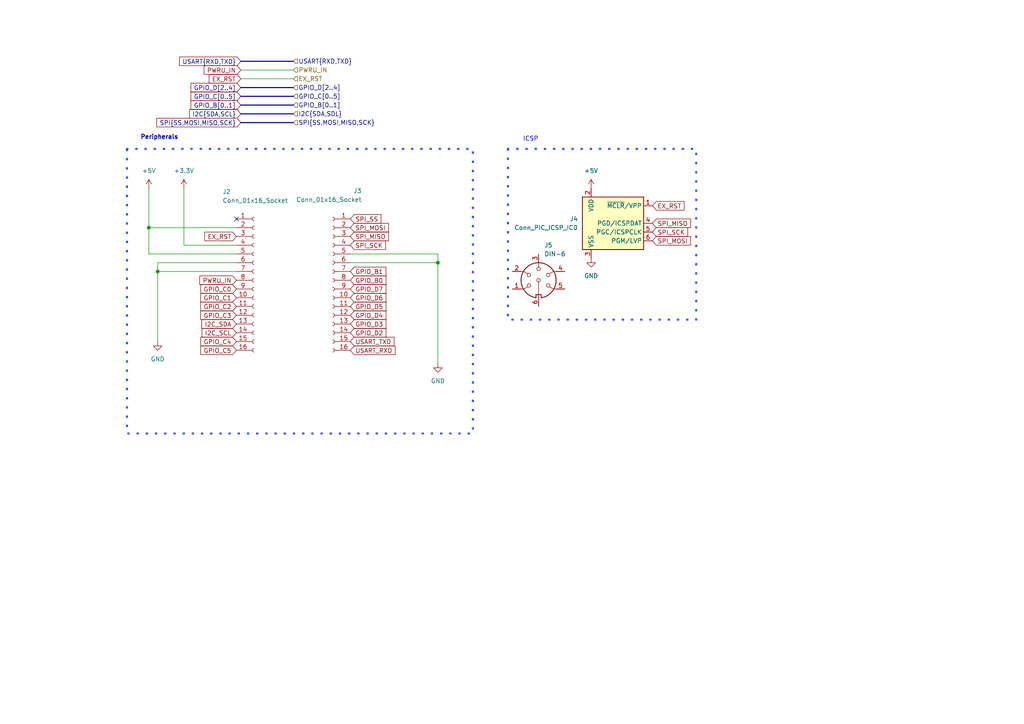
<source format=kicad_sch>
(kicad_sch
	(version 20231120)
	(generator "eeschema")
	(generator_version "8.0")
	(uuid "2721590b-28a3-4b55-93ef-ab8891e89f1e")
	(paper "A4")
	(lib_symbols
		(symbol "Connector:Conn_01x16_Socket"
			(pin_names
				(offset 1.016) hide)
			(exclude_from_sim no)
			(in_bom yes)
			(on_board yes)
			(property "Reference" "J"
				(at 0 20.32 0)
				(effects
					(font
						(size 1.27 1.27)
					)
				)
			)
			(property "Value" "Conn_01x16_Socket"
				(at 0 -22.86 0)
				(effects
					(font
						(size 1.27 1.27)
					)
				)
			)
			(property "Footprint" ""
				(at 0 0 0)
				(effects
					(font
						(size 1.27 1.27)
					)
					(hide yes)
				)
			)
			(property "Datasheet" "~"
				(at 0 0 0)
				(effects
					(font
						(size 1.27 1.27)
					)
					(hide yes)
				)
			)
			(property "Description" "Generic connector, single row, 01x16, script generated"
				(at 0 0 0)
				(effects
					(font
						(size 1.27 1.27)
					)
					(hide yes)
				)
			)
			(property "ki_locked" ""
				(at 0 0 0)
				(effects
					(font
						(size 1.27 1.27)
					)
				)
			)
			(property "ki_keywords" "connector"
				(at 0 0 0)
				(effects
					(font
						(size 1.27 1.27)
					)
					(hide yes)
				)
			)
			(property "ki_fp_filters" "Connector*:*_1x??_*"
				(at 0 0 0)
				(effects
					(font
						(size 1.27 1.27)
					)
					(hide yes)
				)
			)
			(symbol "Conn_01x16_Socket_1_1"
				(arc
					(start 0 -19.812)
					(mid -0.5058 -20.32)
					(end 0 -20.828)
					(stroke
						(width 0.1524)
						(type default)
					)
					(fill
						(type none)
					)
				)
				(arc
					(start 0 -17.272)
					(mid -0.5058 -17.78)
					(end 0 -18.288)
					(stroke
						(width 0.1524)
						(type default)
					)
					(fill
						(type none)
					)
				)
				(arc
					(start 0 -14.732)
					(mid -0.5058 -15.24)
					(end 0 -15.748)
					(stroke
						(width 0.1524)
						(type default)
					)
					(fill
						(type none)
					)
				)
				(arc
					(start 0 -12.192)
					(mid -0.5058 -12.7)
					(end 0 -13.208)
					(stroke
						(width 0.1524)
						(type default)
					)
					(fill
						(type none)
					)
				)
				(arc
					(start 0 -9.652)
					(mid -0.5058 -10.16)
					(end 0 -10.668)
					(stroke
						(width 0.1524)
						(type default)
					)
					(fill
						(type none)
					)
				)
				(arc
					(start 0 -7.112)
					(mid -0.5058 -7.62)
					(end 0 -8.128)
					(stroke
						(width 0.1524)
						(type default)
					)
					(fill
						(type none)
					)
				)
				(arc
					(start 0 -4.572)
					(mid -0.5058 -5.08)
					(end 0 -5.588)
					(stroke
						(width 0.1524)
						(type default)
					)
					(fill
						(type none)
					)
				)
				(arc
					(start 0 -2.032)
					(mid -0.5058 -2.54)
					(end 0 -3.048)
					(stroke
						(width 0.1524)
						(type default)
					)
					(fill
						(type none)
					)
				)
				(polyline
					(pts
						(xy -1.27 -20.32) (xy -0.508 -20.32)
					)
					(stroke
						(width 0.1524)
						(type default)
					)
					(fill
						(type none)
					)
				)
				(polyline
					(pts
						(xy -1.27 -17.78) (xy -0.508 -17.78)
					)
					(stroke
						(width 0.1524)
						(type default)
					)
					(fill
						(type none)
					)
				)
				(polyline
					(pts
						(xy -1.27 -15.24) (xy -0.508 -15.24)
					)
					(stroke
						(width 0.1524)
						(type default)
					)
					(fill
						(type none)
					)
				)
				(polyline
					(pts
						(xy -1.27 -12.7) (xy -0.508 -12.7)
					)
					(stroke
						(width 0.1524)
						(type default)
					)
					(fill
						(type none)
					)
				)
				(polyline
					(pts
						(xy -1.27 -10.16) (xy -0.508 -10.16)
					)
					(stroke
						(width 0.1524)
						(type default)
					)
					(fill
						(type none)
					)
				)
				(polyline
					(pts
						(xy -1.27 -7.62) (xy -0.508 -7.62)
					)
					(stroke
						(width 0.1524)
						(type default)
					)
					(fill
						(type none)
					)
				)
				(polyline
					(pts
						(xy -1.27 -5.08) (xy -0.508 -5.08)
					)
					(stroke
						(width 0.1524)
						(type default)
					)
					(fill
						(type none)
					)
				)
				(polyline
					(pts
						(xy -1.27 -2.54) (xy -0.508 -2.54)
					)
					(stroke
						(width 0.1524)
						(type default)
					)
					(fill
						(type none)
					)
				)
				(polyline
					(pts
						(xy -1.27 0) (xy -0.508 0)
					)
					(stroke
						(width 0.1524)
						(type default)
					)
					(fill
						(type none)
					)
				)
				(polyline
					(pts
						(xy -1.27 2.54) (xy -0.508 2.54)
					)
					(stroke
						(width 0.1524)
						(type default)
					)
					(fill
						(type none)
					)
				)
				(polyline
					(pts
						(xy -1.27 5.08) (xy -0.508 5.08)
					)
					(stroke
						(width 0.1524)
						(type default)
					)
					(fill
						(type none)
					)
				)
				(polyline
					(pts
						(xy -1.27 7.62) (xy -0.508 7.62)
					)
					(stroke
						(width 0.1524)
						(type default)
					)
					(fill
						(type none)
					)
				)
				(polyline
					(pts
						(xy -1.27 10.16) (xy -0.508 10.16)
					)
					(stroke
						(width 0.1524)
						(type default)
					)
					(fill
						(type none)
					)
				)
				(polyline
					(pts
						(xy -1.27 12.7) (xy -0.508 12.7)
					)
					(stroke
						(width 0.1524)
						(type default)
					)
					(fill
						(type none)
					)
				)
				(polyline
					(pts
						(xy -1.27 15.24) (xy -0.508 15.24)
					)
					(stroke
						(width 0.1524)
						(type default)
					)
					(fill
						(type none)
					)
				)
				(polyline
					(pts
						(xy -1.27 17.78) (xy -0.508 17.78)
					)
					(stroke
						(width 0.1524)
						(type default)
					)
					(fill
						(type none)
					)
				)
				(arc
					(start 0 0.508)
					(mid -0.5058 0)
					(end 0 -0.508)
					(stroke
						(width 0.1524)
						(type default)
					)
					(fill
						(type none)
					)
				)
				(arc
					(start 0 3.048)
					(mid -0.5058 2.54)
					(end 0 2.032)
					(stroke
						(width 0.1524)
						(type default)
					)
					(fill
						(type none)
					)
				)
				(arc
					(start 0 5.588)
					(mid -0.5058 5.08)
					(end 0 4.572)
					(stroke
						(width 0.1524)
						(type default)
					)
					(fill
						(type none)
					)
				)
				(arc
					(start 0 8.128)
					(mid -0.5058 7.62)
					(end 0 7.112)
					(stroke
						(width 0.1524)
						(type default)
					)
					(fill
						(type none)
					)
				)
				(arc
					(start 0 10.668)
					(mid -0.5058 10.16)
					(end 0 9.652)
					(stroke
						(width 0.1524)
						(type default)
					)
					(fill
						(type none)
					)
				)
				(arc
					(start 0 13.208)
					(mid -0.5058 12.7)
					(end 0 12.192)
					(stroke
						(width 0.1524)
						(type default)
					)
					(fill
						(type none)
					)
				)
				(arc
					(start 0 15.748)
					(mid -0.5058 15.24)
					(end 0 14.732)
					(stroke
						(width 0.1524)
						(type default)
					)
					(fill
						(type none)
					)
				)
				(arc
					(start 0 18.288)
					(mid -0.5058 17.78)
					(end 0 17.272)
					(stroke
						(width 0.1524)
						(type default)
					)
					(fill
						(type none)
					)
				)
				(pin passive line
					(at -5.08 17.78 0)
					(length 3.81)
					(name "Pin_1"
						(effects
							(font
								(size 1.27 1.27)
							)
						)
					)
					(number "1"
						(effects
							(font
								(size 1.27 1.27)
							)
						)
					)
				)
				(pin passive line
					(at -5.08 -5.08 0)
					(length 3.81)
					(name "Pin_10"
						(effects
							(font
								(size 1.27 1.27)
							)
						)
					)
					(number "10"
						(effects
							(font
								(size 1.27 1.27)
							)
						)
					)
				)
				(pin passive line
					(at -5.08 -7.62 0)
					(length 3.81)
					(name "Pin_11"
						(effects
							(font
								(size 1.27 1.27)
							)
						)
					)
					(number "11"
						(effects
							(font
								(size 1.27 1.27)
							)
						)
					)
				)
				(pin passive line
					(at -5.08 -10.16 0)
					(length 3.81)
					(name "Pin_12"
						(effects
							(font
								(size 1.27 1.27)
							)
						)
					)
					(number "12"
						(effects
							(font
								(size 1.27 1.27)
							)
						)
					)
				)
				(pin passive line
					(at -5.08 -12.7 0)
					(length 3.81)
					(name "Pin_13"
						(effects
							(font
								(size 1.27 1.27)
							)
						)
					)
					(number "13"
						(effects
							(font
								(size 1.27 1.27)
							)
						)
					)
				)
				(pin passive line
					(at -5.08 -15.24 0)
					(length 3.81)
					(name "Pin_14"
						(effects
							(font
								(size 1.27 1.27)
							)
						)
					)
					(number "14"
						(effects
							(font
								(size 1.27 1.27)
							)
						)
					)
				)
				(pin passive line
					(at -5.08 -17.78 0)
					(length 3.81)
					(name "Pin_15"
						(effects
							(font
								(size 1.27 1.27)
							)
						)
					)
					(number "15"
						(effects
							(font
								(size 1.27 1.27)
							)
						)
					)
				)
				(pin passive line
					(at -5.08 -20.32 0)
					(length 3.81)
					(name "Pin_16"
						(effects
							(font
								(size 1.27 1.27)
							)
						)
					)
					(number "16"
						(effects
							(font
								(size 1.27 1.27)
							)
						)
					)
				)
				(pin passive line
					(at -5.08 15.24 0)
					(length 3.81)
					(name "Pin_2"
						(effects
							(font
								(size 1.27 1.27)
							)
						)
					)
					(number "2"
						(effects
							(font
								(size 1.27 1.27)
							)
						)
					)
				)
				(pin passive line
					(at -5.08 12.7 0)
					(length 3.81)
					(name "Pin_3"
						(effects
							(font
								(size 1.27 1.27)
							)
						)
					)
					(number "3"
						(effects
							(font
								(size 1.27 1.27)
							)
						)
					)
				)
				(pin passive line
					(at -5.08 10.16 0)
					(length 3.81)
					(name "Pin_4"
						(effects
							(font
								(size 1.27 1.27)
							)
						)
					)
					(number "4"
						(effects
							(font
								(size 1.27 1.27)
							)
						)
					)
				)
				(pin passive line
					(at -5.08 7.62 0)
					(length 3.81)
					(name "Pin_5"
						(effects
							(font
								(size 1.27 1.27)
							)
						)
					)
					(number "5"
						(effects
							(font
								(size 1.27 1.27)
							)
						)
					)
				)
				(pin passive line
					(at -5.08 5.08 0)
					(length 3.81)
					(name "Pin_6"
						(effects
							(font
								(size 1.27 1.27)
							)
						)
					)
					(number "6"
						(effects
							(font
								(size 1.27 1.27)
							)
						)
					)
				)
				(pin passive line
					(at -5.08 2.54 0)
					(length 3.81)
					(name "Pin_7"
						(effects
							(font
								(size 1.27 1.27)
							)
						)
					)
					(number "7"
						(effects
							(font
								(size 1.27 1.27)
							)
						)
					)
				)
				(pin passive line
					(at -5.08 0 0)
					(length 3.81)
					(name "Pin_8"
						(effects
							(font
								(size 1.27 1.27)
							)
						)
					)
					(number "8"
						(effects
							(font
								(size 1.27 1.27)
							)
						)
					)
				)
				(pin passive line
					(at -5.08 -2.54 0)
					(length 3.81)
					(name "Pin_9"
						(effects
							(font
								(size 1.27 1.27)
							)
						)
					)
					(number "9"
						(effects
							(font
								(size 1.27 1.27)
							)
						)
					)
				)
			)
		)
		(symbol "Connector:Conn_PIC_ICSP_ICD"
			(exclude_from_sim no)
			(in_bom yes)
			(on_board yes)
			(property "Reference" "J"
				(at 6.35 8.89 0)
				(effects
					(font
						(size 1.27 1.27)
					)
				)
			)
			(property "Value" "Conn_PIC_ICSP_ICD"
				(at -8.89 -1.27 90)
				(effects
					(font
						(size 1.27 1.27)
					)
				)
			)
			(property "Footprint" ""
				(at 1.27 3.81 0)
				(effects
					(font
						(size 1.27 1.27)
					)
					(hide yes)
				)
			)
			(property "Datasheet" "http://ww1.microchip.com/downloads/en/devicedoc/30277d.pdf"
				(at -7.62 -3.81 90)
				(effects
					(font
						(size 1.27 1.27)
					)
					(hide yes)
				)
			)
			(property "Description" "Microchip PIC In-Circuit Serial Programming/Debugging (ICSP/ICD) connector"
				(at 0 0 0)
				(effects
					(font
						(size 1.27 1.27)
					)
					(hide yes)
				)
			)
			(property "ki_keywords" "icsp icd pic microchip"
				(at 0 0 0)
				(effects
					(font
						(size 1.27 1.27)
					)
					(hide yes)
				)
			)
			(property "ki_fp_filters" "PinHeader*1x06*P2.54mm* PinSocket*1x06*P2.54mm*"
				(at 0 0 0)
				(effects
					(font
						(size 1.27 1.27)
					)
					(hide yes)
				)
			)
			(symbol "Conn_PIC_ICSP_ICD_0_1"
				(rectangle
					(start -7.62 7.62)
					(end 10.16 -7.62)
					(stroke
						(width 0.254)
						(type default)
					)
					(fill
						(type background)
					)
				)
			)
			(symbol "Conn_PIC_ICSP_ICD_1_1"
				(pin passive line
					(at 12.7 5.08 180)
					(length 2.54)
					(name "~{MCLR}/VPP"
						(effects
							(font
								(size 1.27 1.27)
							)
						)
					)
					(number "1"
						(effects
							(font
								(size 1.27 1.27)
							)
						)
					)
				)
				(pin passive line
					(at -5.08 10.16 270)
					(length 2.54)
					(name "VDD"
						(effects
							(font
								(size 1.27 1.27)
							)
						)
					)
					(number "2"
						(effects
							(font
								(size 1.27 1.27)
							)
						)
					)
				)
				(pin power_in line
					(at -5.08 -10.16 90)
					(length 2.54)
					(name "VSS"
						(effects
							(font
								(size 1.27 1.27)
							)
						)
					)
					(number "3"
						(effects
							(font
								(size 1.27 1.27)
							)
						)
					)
				)
				(pin bidirectional line
					(at 12.7 0 180)
					(length 2.54)
					(name "PGD/ICSPDAT"
						(effects
							(font
								(size 1.27 1.27)
							)
						)
					)
					(number "4"
						(effects
							(font
								(size 1.27 1.27)
							)
						)
					)
				)
				(pin output line
					(at 12.7 -2.54 180)
					(length 2.54)
					(name "PGC/ICSPCLK"
						(effects
							(font
								(size 1.27 1.27)
							)
						)
					)
					(number "5"
						(effects
							(font
								(size 1.27 1.27)
							)
						)
					)
				)
				(pin output line
					(at 12.7 -5.08 180)
					(length 2.54)
					(name "PGM/LVP"
						(effects
							(font
								(size 1.27 1.27)
							)
						)
					)
					(number "6"
						(effects
							(font
								(size 1.27 1.27)
							)
						)
					)
				)
			)
		)
		(symbol "Connector:DIN-6"
			(pin_names
				(offset 1.016)
			)
			(exclude_from_sim no)
			(in_bom yes)
			(on_board yes)
			(property "Reference" "J"
				(at 3.175 5.715 0)
				(effects
					(font
						(size 1.27 1.27)
					)
				)
			)
			(property "Value" "DIN-6"
				(at 4.445 -4.445 0)
				(effects
					(font
						(size 1.27 1.27)
					)
					(justify left)
				)
			)
			(property "Footprint" ""
				(at 0 0 0)
				(effects
					(font
						(size 1.27 1.27)
					)
					(hide yes)
				)
			)
			(property "Datasheet" "http://www.mouser.com/ds/2/18/40_c091_abd_e-75918.pdf"
				(at 0 0 0)
				(effects
					(font
						(size 1.27 1.27)
					)
					(hide yes)
				)
			)
			(property "Description" "6-pin DIN connector"
				(at 0 0 0)
				(effects
					(font
						(size 1.27 1.27)
					)
					(hide yes)
				)
			)
			(property "ki_keywords" "circular DIN connector"
				(at 0 0 0)
				(effects
					(font
						(size 1.27 1.27)
					)
					(hide yes)
				)
			)
			(property "ki_fp_filters" "DIN*"
				(at 0 0 0)
				(effects
					(font
						(size 1.27 1.27)
					)
					(hide yes)
				)
			)
			(symbol "DIN-6_0_1"
				(arc
					(start -5.08 0)
					(mid -3.8609 -3.3364)
					(end -0.762 -5.08)
					(stroke
						(width 0.254)
						(type default)
					)
					(fill
						(type none)
					)
				)
				(circle
					(center -2.794 -1.524)
					(radius 0.508)
					(stroke
						(width 0)
						(type default)
					)
					(fill
						(type none)
					)
				)
				(circle
					(center -2.794 1.524)
					(radius 0.508)
					(stroke
						(width 0)
						(type default)
					)
					(fill
						(type none)
					)
				)
				(polyline
					(pts
						(xy 0 -5.08) (xy 0 -0.508)
					)
					(stroke
						(width 0)
						(type default)
					)
					(fill
						(type none)
					)
				)
				(polyline
					(pts
						(xy 0 5.08) (xy 0 3.81)
					)
					(stroke
						(width 0)
						(type default)
					)
					(fill
						(type none)
					)
				)
				(polyline
					(pts
						(xy -5.08 -2.54) (xy -4.318 -2.54) (xy -3.175 -1.905)
					)
					(stroke
						(width 0)
						(type default)
					)
					(fill
						(type none)
					)
				)
				(polyline
					(pts
						(xy -5.08 2.54) (xy -4.318 2.54) (xy -3.175 1.905)
					)
					(stroke
						(width 0)
						(type default)
					)
					(fill
						(type none)
					)
				)
				(polyline
					(pts
						(xy 5.08 -2.54) (xy 4.318 -2.54) (xy 3.175 -1.905)
					)
					(stroke
						(width 0)
						(type default)
					)
					(fill
						(type none)
					)
				)
				(polyline
					(pts
						(xy 5.08 2.54) (xy 4.318 2.54) (xy 3.175 1.905)
					)
					(stroke
						(width 0)
						(type default)
					)
					(fill
						(type none)
					)
				)
				(polyline
					(pts
						(xy -0.762 -4.953) (xy -0.762 -4.191) (xy 0.762 -4.191) (xy 0.762 -4.953)
					)
					(stroke
						(width 0.254)
						(type default)
					)
					(fill
						(type none)
					)
				)
				(circle
					(center 0 0)
					(radius 0.508)
					(stroke
						(width 0)
						(type default)
					)
					(fill
						(type none)
					)
				)
				(circle
					(center 0 3.302)
					(radius 0.508)
					(stroke
						(width 0)
						(type default)
					)
					(fill
						(type none)
					)
				)
				(arc
					(start 0.762 -5.08)
					(mid 3.8685 -3.343)
					(end 5.08 0)
					(stroke
						(width 0.254)
						(type default)
					)
					(fill
						(type none)
					)
				)
				(circle
					(center 2.794 -1.524)
					(radius 0.508)
					(stroke
						(width 0)
						(type default)
					)
					(fill
						(type none)
					)
				)
				(circle
					(center 2.794 1.524)
					(radius 0.508)
					(stroke
						(width 0)
						(type default)
					)
					(fill
						(type none)
					)
				)
				(arc
					(start 5.08 0)
					(mid 0 5.0579)
					(end -5.08 0)
					(stroke
						(width 0.254)
						(type default)
					)
					(fill
						(type none)
					)
				)
			)
			(symbol "DIN-6_1_1"
				(pin passive line
					(at -7.62 -2.54 0)
					(length 2.54)
					(name "~"
						(effects
							(font
								(size 1.27 1.27)
							)
						)
					)
					(number "1"
						(effects
							(font
								(size 1.27 1.27)
							)
						)
					)
				)
				(pin passive line
					(at -7.62 2.54 0)
					(length 2.54)
					(name "~"
						(effects
							(font
								(size 1.27 1.27)
							)
						)
					)
					(number "2"
						(effects
							(font
								(size 1.27 1.27)
							)
						)
					)
				)
				(pin passive line
					(at 0 7.62 270)
					(length 2.54)
					(name "~"
						(effects
							(font
								(size 1.27 1.27)
							)
						)
					)
					(number "3"
						(effects
							(font
								(size 1.27 1.27)
							)
						)
					)
				)
				(pin passive line
					(at 7.62 2.54 180)
					(length 2.54)
					(name "~"
						(effects
							(font
								(size 1.27 1.27)
							)
						)
					)
					(number "4"
						(effects
							(font
								(size 1.27 1.27)
							)
						)
					)
				)
				(pin passive line
					(at 7.62 -2.54 180)
					(length 2.54)
					(name "~"
						(effects
							(font
								(size 1.27 1.27)
							)
						)
					)
					(number "5"
						(effects
							(font
								(size 1.27 1.27)
							)
						)
					)
				)
				(pin passive line
					(at 0 -7.62 90)
					(length 2.54)
					(name "~"
						(effects
							(font
								(size 1.27 1.27)
							)
						)
					)
					(number "6"
						(effects
							(font
								(size 1.27 1.27)
							)
						)
					)
				)
			)
		)
		(symbol "power:+3.3V"
			(power)
			(pin_numbers hide)
			(pin_names
				(offset 0) hide)
			(exclude_from_sim no)
			(in_bom yes)
			(on_board yes)
			(property "Reference" "#PWR"
				(at 0 -3.81 0)
				(effects
					(font
						(size 1.27 1.27)
					)
					(hide yes)
				)
			)
			(property "Value" "+3.3V"
				(at 0 3.556 0)
				(effects
					(font
						(size 1.27 1.27)
					)
				)
			)
			(property "Footprint" ""
				(at 0 0 0)
				(effects
					(font
						(size 1.27 1.27)
					)
					(hide yes)
				)
			)
			(property "Datasheet" ""
				(at 0 0 0)
				(effects
					(font
						(size 1.27 1.27)
					)
					(hide yes)
				)
			)
			(property "Description" "Power symbol creates a global label with name \"+3.3V\""
				(at 0 0 0)
				(effects
					(font
						(size 1.27 1.27)
					)
					(hide yes)
				)
			)
			(property "ki_keywords" "global power"
				(at 0 0 0)
				(effects
					(font
						(size 1.27 1.27)
					)
					(hide yes)
				)
			)
			(symbol "+3.3V_0_1"
				(polyline
					(pts
						(xy -0.762 1.27) (xy 0 2.54)
					)
					(stroke
						(width 0)
						(type default)
					)
					(fill
						(type none)
					)
				)
				(polyline
					(pts
						(xy 0 0) (xy 0 2.54)
					)
					(stroke
						(width 0)
						(type default)
					)
					(fill
						(type none)
					)
				)
				(polyline
					(pts
						(xy 0 2.54) (xy 0.762 1.27)
					)
					(stroke
						(width 0)
						(type default)
					)
					(fill
						(type none)
					)
				)
			)
			(symbol "+3.3V_1_1"
				(pin power_in line
					(at 0 0 90)
					(length 0)
					(name "~"
						(effects
							(font
								(size 1.27 1.27)
							)
						)
					)
					(number "1"
						(effects
							(font
								(size 1.27 1.27)
							)
						)
					)
				)
			)
		)
		(symbol "power:+5V"
			(power)
			(pin_numbers hide)
			(pin_names
				(offset 0) hide)
			(exclude_from_sim no)
			(in_bom yes)
			(on_board yes)
			(property "Reference" "#PWR"
				(at 0 -3.81 0)
				(effects
					(font
						(size 1.27 1.27)
					)
					(hide yes)
				)
			)
			(property "Value" "+5V"
				(at 0 3.556 0)
				(effects
					(font
						(size 1.27 1.27)
					)
				)
			)
			(property "Footprint" ""
				(at 0 0 0)
				(effects
					(font
						(size 1.27 1.27)
					)
					(hide yes)
				)
			)
			(property "Datasheet" ""
				(at 0 0 0)
				(effects
					(font
						(size 1.27 1.27)
					)
					(hide yes)
				)
			)
			(property "Description" "Power symbol creates a global label with name \"+5V\""
				(at 0 0 0)
				(effects
					(font
						(size 1.27 1.27)
					)
					(hide yes)
				)
			)
			(property "ki_keywords" "global power"
				(at 0 0 0)
				(effects
					(font
						(size 1.27 1.27)
					)
					(hide yes)
				)
			)
			(symbol "+5V_0_1"
				(polyline
					(pts
						(xy -0.762 1.27) (xy 0 2.54)
					)
					(stroke
						(width 0)
						(type default)
					)
					(fill
						(type none)
					)
				)
				(polyline
					(pts
						(xy 0 0) (xy 0 2.54)
					)
					(stroke
						(width 0)
						(type default)
					)
					(fill
						(type none)
					)
				)
				(polyline
					(pts
						(xy 0 2.54) (xy 0.762 1.27)
					)
					(stroke
						(width 0)
						(type default)
					)
					(fill
						(type none)
					)
				)
			)
			(symbol "+5V_1_1"
				(pin power_in line
					(at 0 0 90)
					(length 0)
					(name "~"
						(effects
							(font
								(size 1.27 1.27)
							)
						)
					)
					(number "1"
						(effects
							(font
								(size 1.27 1.27)
							)
						)
					)
				)
			)
		)
		(symbol "power:GND"
			(power)
			(pin_numbers hide)
			(pin_names
				(offset 0) hide)
			(exclude_from_sim no)
			(in_bom yes)
			(on_board yes)
			(property "Reference" "#PWR"
				(at 0 -6.35 0)
				(effects
					(font
						(size 1.27 1.27)
					)
					(hide yes)
				)
			)
			(property "Value" "GND"
				(at 0 -3.81 0)
				(effects
					(font
						(size 1.27 1.27)
					)
				)
			)
			(property "Footprint" ""
				(at 0 0 0)
				(effects
					(font
						(size 1.27 1.27)
					)
					(hide yes)
				)
			)
			(property "Datasheet" ""
				(at 0 0 0)
				(effects
					(font
						(size 1.27 1.27)
					)
					(hide yes)
				)
			)
			(property "Description" "Power symbol creates a global label with name \"GND\" , ground"
				(at 0 0 0)
				(effects
					(font
						(size 1.27 1.27)
					)
					(hide yes)
				)
			)
			(property "ki_keywords" "global power"
				(at 0 0 0)
				(effects
					(font
						(size 1.27 1.27)
					)
					(hide yes)
				)
			)
			(symbol "GND_0_1"
				(polyline
					(pts
						(xy 0 0) (xy 0 -1.27) (xy 1.27 -1.27) (xy 0 -2.54) (xy -1.27 -1.27) (xy 0 -1.27)
					)
					(stroke
						(width 0)
						(type default)
					)
					(fill
						(type none)
					)
				)
			)
			(symbol "GND_1_1"
				(pin power_in line
					(at 0 0 270)
					(length 0)
					(name "~"
						(effects
							(font
								(size 1.27 1.27)
							)
						)
					)
					(number "1"
						(effects
							(font
								(size 1.27 1.27)
							)
						)
					)
				)
			)
		)
	)
	(junction
		(at 43.18 66.04)
		(diameter 0)
		(color 0 0 0 0)
		(uuid "5cd52a5a-01e2-4caf-9296-b853f82c7cc9")
	)
	(junction
		(at 127 76.2)
		(diameter 0)
		(color 0 0 0 0)
		(uuid "958da422-fc39-494f-a10d-4bf33799066d")
	)
	(junction
		(at 45.72 78.74)
		(diameter 0)
		(color 0 0 0 0)
		(uuid "e8dfcdb6-078c-4b6f-9925-634076879b5c")
	)
	(no_connect
		(at 68.58 63.5)
		(uuid "00380238-fb53-4c51-8756-73753335f014")
	)
	(wire
		(pts
			(xy 45.72 76.2) (xy 68.58 76.2)
		)
		(stroke
			(width 0)
			(type default)
		)
		(uuid "2a46efe0-b739-4237-a245-f07b25ceeb61")
	)
	(bus
		(pts
			(xy 69.85 33.02) (xy 85.09 33.02)
		)
		(stroke
			(width 0)
			(type default)
		)
		(uuid "30a1fbe1-0db0-4f70-bdd9-9aea7f403d77")
	)
	(bus
		(pts
			(xy 69.85 17.78) (xy 85.09 17.78)
		)
		(stroke
			(width 0)
			(type default)
		)
		(uuid "3be20e9b-a824-41a3-baeb-645bf8b7bb89")
	)
	(wire
		(pts
			(xy 53.34 54.61) (xy 53.34 71.12)
		)
		(stroke
			(width 0)
			(type default)
		)
		(uuid "4a66eec5-c177-4c95-b1d1-052f1bb34ba7")
	)
	(wire
		(pts
			(xy 43.18 66.04) (xy 68.58 66.04)
		)
		(stroke
			(width 0)
			(type default)
		)
		(uuid "645a577e-2ff9-4504-8456-639fd79282ba")
	)
	(bus
		(pts
			(xy 69.85 35.56) (xy 85.09 35.56)
		)
		(stroke
			(width 0)
			(type default)
		)
		(uuid "651ddaf8-7505-44a6-a91f-7df335889caa")
	)
	(bus
		(pts
			(xy 69.85 27.94) (xy 85.09 27.94)
		)
		(stroke
			(width 0)
			(type default)
		)
		(uuid "68bd4278-5b3c-4d33-925e-3a6793c172ab")
	)
	(wire
		(pts
			(xy 127 73.66) (xy 127 76.2)
		)
		(stroke
			(width 0)
			(type default)
		)
		(uuid "69260bb8-3e39-4906-b593-5c705af601ba")
	)
	(wire
		(pts
			(xy 69.85 20.32) (xy 85.09 20.32)
		)
		(stroke
			(width 0)
			(type default)
		)
		(uuid "6f3b2e87-5194-446b-92ce-4ae3caa155ab")
	)
	(bus
		(pts
			(xy 69.85 25.4) (xy 85.09 25.4)
		)
		(stroke
			(width 0)
			(type default)
		)
		(uuid "79b529c0-c1e9-4aad-abc3-d581e9b0ebe8")
	)
	(wire
		(pts
			(xy 45.72 99.06) (xy 45.72 78.74)
		)
		(stroke
			(width 0)
			(type default)
		)
		(uuid "82b4d5fa-7559-4c93-8a48-8959b8e365f9")
	)
	(wire
		(pts
			(xy 45.72 78.74) (xy 68.58 78.74)
		)
		(stroke
			(width 0)
			(type default)
		)
		(uuid "8f5ec374-f2fc-4a1b-8ee6-b6d67f7ac48f")
	)
	(wire
		(pts
			(xy 45.72 78.74) (xy 45.72 76.2)
		)
		(stroke
			(width 0)
			(type default)
		)
		(uuid "963cac2b-d032-452b-b868-9d96df4e7e61")
	)
	(wire
		(pts
			(xy 101.6 73.66) (xy 127 73.66)
		)
		(stroke
			(width 0)
			(type default)
		)
		(uuid "a698fb06-a0e4-49dd-a1c3-13ce50f15977")
	)
	(wire
		(pts
			(xy 68.58 73.66) (xy 43.18 73.66)
		)
		(stroke
			(width 0)
			(type default)
		)
		(uuid "be6b83a3-6c9b-4301-a06f-4d3dbb05f018")
	)
	(wire
		(pts
			(xy 101.6 76.2) (xy 127 76.2)
		)
		(stroke
			(width 0)
			(type default)
		)
		(uuid "bed75fc4-07a5-46cf-9b78-9079bb75842d")
	)
	(wire
		(pts
			(xy 53.34 71.12) (xy 68.58 71.12)
		)
		(stroke
			(width 0)
			(type default)
		)
		(uuid "cbd8e514-752d-483b-bfdb-785b66e7c83d")
	)
	(bus
		(pts
			(xy 69.85 30.48) (xy 85.09 30.48)
		)
		(stroke
			(width 0)
			(type default)
		)
		(uuid "d7b4f96f-d4b1-4053-a637-6cdac65920cf")
	)
	(wire
		(pts
			(xy 43.18 66.04) (xy 43.18 73.66)
		)
		(stroke
			(width 0)
			(type default)
		)
		(uuid "d96ef036-1426-4893-a223-5b5b08025cbf")
	)
	(wire
		(pts
			(xy 127 76.2) (xy 127 105.41)
		)
		(stroke
			(width 0)
			(type default)
		)
		(uuid "dba7fe80-84c5-492a-a755-f1857e981315")
	)
	(wire
		(pts
			(xy 69.85 22.86) (xy 85.09 22.86)
		)
		(stroke
			(width 0)
			(type default)
		)
		(uuid "f066c5e6-64ed-4766-883e-e4a664f31cd3")
	)
	(wire
		(pts
			(xy 43.18 54.61) (xy 43.18 66.04)
		)
		(stroke
			(width 0)
			(type default)
		)
		(uuid "f14cebd6-f0c4-4168-a6cc-a2ad6136e486")
	)
	(rectangle
		(start 36.83 43.18)
		(end 137.16 125.73)
		(stroke
			(width 0.635)
			(type dot)
			(color 46 70 255 1)
		)
		(fill
			(type none)
		)
		(uuid 81fbaa6b-b9d3-4024-b2fb-9b17452c3557)
	)
	(rectangle
		(start 147.32 43.18)
		(end 201.93 92.71)
		(stroke
			(width 0.635)
			(type dot)
			(color 46 70 255 1)
		)
		(fill
			(type none)
		)
		(uuid d04494d3-518e-45f1-83aa-22437f58fb2d)
	)
	(text "Peripherals\n"
		(exclude_from_sim no)
		(at 46.228 39.878 0)
		(effects
			(font
				(size 1.27 1.27)
				(thickness 0.254)
				(bold yes)
			)
		)
		(uuid "bff4ae77-d419-49f7-ab01-6c665bf6c552")
	)
	(text "ICSP\n"
		(exclude_from_sim no)
		(at 153.924 40.386 0)
		(effects
			(font
				(size 1.27 1.27)
			)
		)
		(uuid "d1d97300-c03f-4256-a0e7-66d362baae20")
	)
	(global_label "SPI{SS,MOSI,MISO,SCK}"
		(shape input)
		(at 69.85 35.56 180)
		(fields_autoplaced yes)
		(effects
			(font
				(size 1.27 1.27)
			)
			(justify right)
		)
		(uuid "00f67437-b899-43b1-a66d-0e97674e9bb9")
		(property "Intersheetrefs" "${INTERSHEET_REFS}"
			(at 44.9118 35.56 0)
			(effects
				(font
					(size 1.27 1.27)
				)
				(justify right)
				(hide yes)
			)
		)
	)
	(global_label "GPIO_C[0..5]"
		(shape input)
		(at 69.85 27.94 180)
		(fields_autoplaced yes)
		(effects
			(font
				(size 1.27 1.27)
			)
			(justify right)
		)
		(uuid "0cb64705-ca6e-420d-8607-04efce7c5c07")
		(property "Intersheetrefs" "${INTERSHEET_REFS}"
			(at 54.8299 27.94 0)
			(effects
				(font
					(size 1.27 1.27)
				)
				(justify right)
				(hide yes)
			)
		)
	)
	(global_label "USART_TXD"
		(shape input)
		(at 101.6 99.06 0)
		(fields_autoplaced yes)
		(effects
			(font
				(size 1.27 1.27)
			)
			(justify left)
		)
		(uuid "1cc734a4-ca28-4612-a8c7-865d10fe4abc")
		(property "Intersheetrefs" "${INTERSHEET_REFS}"
			(at 114.8661 99.06 0)
			(effects
				(font
					(size 1.27 1.27)
				)
				(justify left)
				(hide yes)
			)
		)
	)
	(global_label "GPIO_C2"
		(shape input)
		(at 68.58 88.9 180)
		(fields_autoplaced yes)
		(effects
			(font
				(size 1.27 1.27)
			)
			(justify right)
		)
		(uuid "3cc4134c-ef6d-426d-a897-88977669e64e")
		(property "Intersheetrefs" "${INTERSHEET_REFS}"
			(at 57.6724 88.9 0)
			(effects
				(font
					(size 1.27 1.27)
				)
				(justify right)
				(hide yes)
			)
		)
	)
	(global_label "I2C_SDA"
		(shape input)
		(at 68.58 93.98 180)
		(fields_autoplaced yes)
		(effects
			(font
				(size 1.27 1.27)
			)
			(justify right)
		)
		(uuid "40673d61-7279-4ef3-8ee6-050352276060")
		(property "Intersheetrefs" "${INTERSHEET_REFS}"
			(at 57.9748 93.98 0)
			(effects
				(font
					(size 1.27 1.27)
				)
				(justify right)
				(hide yes)
			)
		)
	)
	(global_label "SPI_MOSI"
		(shape input)
		(at 101.6 66.04 0)
		(fields_autoplaced yes)
		(effects
			(font
				(size 1.27 1.27)
			)
			(justify left)
		)
		(uuid "489a94ea-edce-47b2-8cc5-3cc5f0e433f3")
		(property "Intersheetrefs" "${INTERSHEET_REFS}"
			(at 113.2333 66.04 0)
			(effects
				(font
					(size 1.27 1.27)
				)
				(justify left)
				(hide yes)
			)
		)
	)
	(global_label "EX_RST"
		(shape input)
		(at 68.58 68.58 180)
		(fields_autoplaced yes)
		(effects
			(font
				(size 1.27 1.27)
			)
			(justify right)
		)
		(uuid "5c158b23-dd7e-4505-9e43-12028b6fb431")
		(property "Intersheetrefs" "${INTERSHEET_REFS}"
			(at 58.8216 68.58 0)
			(effects
				(font
					(size 1.27 1.27)
				)
				(justify right)
				(hide yes)
			)
		)
	)
	(global_label "EX_RST"
		(shape input)
		(at 69.85 22.86 180)
		(fields_autoplaced yes)
		(effects
			(font
				(size 1.27 1.27)
			)
			(justify right)
		)
		(uuid "5ea6d397-db76-4ff8-8b3c-87bbba14763b")
		(property "Intersheetrefs" "${INTERSHEET_REFS}"
			(at 60.0916 22.86 0)
			(effects
				(font
					(size 1.27 1.27)
				)
				(justify right)
				(hide yes)
			)
		)
	)
	(global_label "USART{RXD,TXD}"
		(shape input)
		(at 69.85 17.78 180)
		(fields_autoplaced yes)
		(effects
			(font
				(size 1.27 1.27)
			)
			(justify right)
		)
		(uuid "6b585d7c-3b18-40a7-aaa5-d6027898efb5")
		(property "Intersheetrefs" "${INTERSHEET_REFS}"
			(at 51.5038 17.78 0)
			(effects
				(font
					(size 1.27 1.27)
				)
				(justify right)
				(hide yes)
			)
		)
	)
	(global_label "SPI_MISO"
		(shape input)
		(at 189.23 64.77 0)
		(fields_autoplaced yes)
		(effects
			(font
				(size 1.27 1.27)
			)
			(justify left)
		)
		(uuid "6e79db03-2478-421c-a49a-87b50f51e3b9")
		(property "Intersheetrefs" "${INTERSHEET_REFS}"
			(at 200.8633 64.77 0)
			(effects
				(font
					(size 1.27 1.27)
				)
				(justify left)
				(hide yes)
			)
		)
	)
	(global_label "GPIO_B1"
		(shape input)
		(at 101.6 78.74 0)
		(fields_autoplaced yes)
		(effects
			(font
				(size 1.27 1.27)
			)
			(justify left)
		)
		(uuid "6fa11fa7-f8b5-4b5b-a1f0-e3d6c404cf6f")
		(property "Intersheetrefs" "${INTERSHEET_REFS}"
			(at 112.5076 78.74 0)
			(effects
				(font
					(size 1.27 1.27)
				)
				(justify left)
				(hide yes)
			)
		)
	)
	(global_label "GPIO_B0"
		(shape input)
		(at 101.6 81.28 0)
		(fields_autoplaced yes)
		(effects
			(font
				(size 1.27 1.27)
			)
			(justify left)
		)
		(uuid "77509fdd-8050-4d31-a9b3-08833cbbbba6")
		(property "Intersheetrefs" "${INTERSHEET_REFS}"
			(at 112.5076 81.28 0)
			(effects
				(font
					(size 1.27 1.27)
				)
				(justify left)
				(hide yes)
			)
		)
	)
	(global_label "GPIO_D3"
		(shape input)
		(at 101.6 93.98 0)
		(fields_autoplaced yes)
		(effects
			(font
				(size 1.27 1.27)
			)
			(justify left)
		)
		(uuid "8881bb2c-5324-40bc-a7cd-cd991e4910b8")
		(property "Intersheetrefs" "${INTERSHEET_REFS}"
			(at 112.5076 93.98 0)
			(effects
				(font
					(size 1.27 1.27)
				)
				(justify left)
				(hide yes)
			)
		)
	)
	(global_label "GPIO_C1"
		(shape input)
		(at 68.58 86.36 180)
		(fields_autoplaced yes)
		(effects
			(font
				(size 1.27 1.27)
			)
			(justify right)
		)
		(uuid "89c22105-730a-426e-abbc-4414d0765882")
		(property "Intersheetrefs" "${INTERSHEET_REFS}"
			(at 57.6724 86.36 0)
			(effects
				(font
					(size 1.27 1.27)
				)
				(justify right)
				(hide yes)
			)
		)
	)
	(global_label "GPIO_B[0..1]"
		(shape input)
		(at 69.85 30.48 180)
		(fields_autoplaced yes)
		(effects
			(font
				(size 1.27 1.27)
			)
			(justify right)
		)
		(uuid "92026014-e55c-445f-9096-a672fc0ed126")
		(property "Intersheetrefs" "${INTERSHEET_REFS}"
			(at 54.8299 30.48 0)
			(effects
				(font
					(size 1.27 1.27)
				)
				(justify right)
				(hide yes)
			)
		)
	)
	(global_label "SPI_MOSI"
		(shape input)
		(at 189.23 69.85 0)
		(fields_autoplaced yes)
		(effects
			(font
				(size 1.27 1.27)
			)
			(justify left)
		)
		(uuid "96d48b06-7218-486c-b9b5-d972ca8b2519")
		(property "Intersheetrefs" "${INTERSHEET_REFS}"
			(at 200.8633 69.85 0)
			(effects
				(font
					(size 1.27 1.27)
				)
				(justify left)
				(hide yes)
			)
		)
	)
	(global_label "SPI_SCK"
		(shape input)
		(at 189.23 67.31 0)
		(fields_autoplaced yes)
		(effects
			(font
				(size 1.27 1.27)
			)
			(justify left)
		)
		(uuid "99bd34d1-1d3d-4cf6-835b-5a255a9df705")
		(property "Intersheetrefs" "${INTERSHEET_REFS}"
			(at 200.0166 67.31 0)
			(effects
				(font
					(size 1.27 1.27)
				)
				(justify left)
				(hide yes)
			)
		)
	)
	(global_label "EX_RST"
		(shape input)
		(at 189.23 59.69 0)
		(fields_autoplaced yes)
		(effects
			(font
				(size 1.27 1.27)
			)
			(justify left)
		)
		(uuid "9c9639a2-7708-4352-b67e-27a5dfc76edf")
		(property "Intersheetrefs" "${INTERSHEET_REFS}"
			(at 198.9884 59.69 0)
			(effects
				(font
					(size 1.27 1.27)
				)
				(justify left)
				(hide yes)
			)
		)
	)
	(global_label "GPIO_D2"
		(shape input)
		(at 101.6 96.52 0)
		(fields_autoplaced yes)
		(effects
			(font
				(size 1.27 1.27)
			)
			(justify left)
		)
		(uuid "a2cef41b-0926-4efb-813e-ec5b3497143a")
		(property "Intersheetrefs" "${INTERSHEET_REFS}"
			(at 112.5076 96.52 0)
			(effects
				(font
					(size 1.27 1.27)
				)
				(justify left)
				(hide yes)
			)
		)
	)
	(global_label "USART_RXD"
		(shape input)
		(at 101.6 101.6 0)
		(fields_autoplaced yes)
		(effects
			(font
				(size 1.27 1.27)
			)
			(justify left)
		)
		(uuid "a2fe1788-a136-4abd-87bd-ce644b9eb4b2")
		(property "Intersheetrefs" "${INTERSHEET_REFS}"
			(at 115.1685 101.6 0)
			(effects
				(font
					(size 1.27 1.27)
				)
				(justify left)
				(hide yes)
			)
		)
	)
	(global_label "I2C{SDA,SCL}"
		(shape input)
		(at 69.85 33.02 180)
		(fields_autoplaced yes)
		(effects
			(font
				(size 1.27 1.27)
			)
			(justify right)
		)
		(uuid "a4319c51-87a8-49ba-86c1-5701f3d3e646")
		(property "Intersheetrefs" "${INTERSHEET_REFS}"
			(at 54.4066 33.02 0)
			(effects
				(font
					(size 1.27 1.27)
				)
				(justify right)
				(hide yes)
			)
		)
	)
	(global_label "I2C_SCL"
		(shape input)
		(at 68.58 96.52 180)
		(fields_autoplaced yes)
		(effects
			(font
				(size 1.27 1.27)
			)
			(justify right)
		)
		(uuid "aea0aa90-ec4d-4d0d-9e70-f898c7231eb7")
		(property "Intersheetrefs" "${INTERSHEET_REFS}"
			(at 58.0353 96.52 0)
			(effects
				(font
					(size 1.27 1.27)
				)
				(justify right)
				(hide yes)
			)
		)
	)
	(global_label "PWRU_IN"
		(shape input)
		(at 69.85 20.32 180)
		(fields_autoplaced yes)
		(effects
			(font
				(size 1.27 1.27)
			)
			(justify right)
		)
		(uuid "b06be09c-7833-4646-8779-be1f589163fe")
		(property "Intersheetrefs" "${INTERSHEET_REFS}"
			(at 58.64 20.32 0)
			(effects
				(font
					(size 1.27 1.27)
				)
				(justify right)
				(hide yes)
			)
		)
	)
	(global_label "GPIO_D4"
		(shape input)
		(at 101.6 91.44 0)
		(fields_autoplaced yes)
		(effects
			(font
				(size 1.27 1.27)
			)
			(justify left)
		)
		(uuid "b0cf6e30-3d60-4a81-9a18-e9f9212bf4bb")
		(property "Intersheetrefs" "${INTERSHEET_REFS}"
			(at 112.5076 91.44 0)
			(effects
				(font
					(size 1.27 1.27)
				)
				(justify left)
				(hide yes)
			)
		)
	)
	(global_label "GPIO_D[2..4]"
		(shape input)
		(at 69.85 25.4 180)
		(fields_autoplaced yes)
		(effects
			(font
				(size 1.27 1.27)
			)
			(justify right)
		)
		(uuid "bd646a81-3544-4b8a-b935-2690c912b760")
		(property "Intersheetrefs" "${INTERSHEET_REFS}"
			(at 54.8299 25.4 0)
			(effects
				(font
					(size 1.27 1.27)
				)
				(justify right)
				(hide yes)
			)
		)
	)
	(global_label "SPI_SS"
		(shape input)
		(at 101.6 63.5 0)
		(fields_autoplaced yes)
		(effects
			(font
				(size 1.27 1.27)
				(thickness 0.1588)
			)
			(justify left)
		)
		(uuid "c1d19f2f-d33e-4bfa-b129-b193cd638522")
		(property "Intersheetrefs" "${INTERSHEET_REFS}"
			(at 111.0561 63.5 0)
			(effects
				(font
					(size 1.27 1.27)
				)
				(justify left)
				(hide yes)
			)
		)
	)
	(global_label "PWRU_IN"
		(shape input)
		(at 68.58 81.28 180)
		(fields_autoplaced yes)
		(effects
			(font
				(size 1.27 1.27)
			)
			(justify right)
		)
		(uuid "c920e62f-fd8e-4f7e-84b2-e18d8ad0362f")
		(property "Intersheetrefs" "${INTERSHEET_REFS}"
			(at 57.37 81.28 0)
			(effects
				(font
					(size 1.27 1.27)
				)
				(justify right)
				(hide yes)
			)
		)
	)
	(global_label "GPIO_D7"
		(shape input)
		(at 101.6 83.82 0)
		(fields_autoplaced yes)
		(effects
			(font
				(size 1.27 1.27)
			)
			(justify left)
		)
		(uuid "c9d51e27-dec1-4734-8a8e-394021eb2d33")
		(property "Intersheetrefs" "${INTERSHEET_REFS}"
			(at 112.5076 83.82 0)
			(effects
				(font
					(size 1.27 1.27)
				)
				(justify left)
				(hide yes)
			)
		)
	)
	(global_label "GPIO_C5"
		(shape input)
		(at 68.58 101.6 180)
		(fields_autoplaced yes)
		(effects
			(font
				(size 1.27 1.27)
			)
			(justify right)
		)
		(uuid "ca150e01-3bf9-4965-9ee9-6ddf17411781")
		(property "Intersheetrefs" "${INTERSHEET_REFS}"
			(at 57.6724 101.6 0)
			(effects
				(font
					(size 1.27 1.27)
				)
				(justify right)
				(hide yes)
			)
		)
	)
	(global_label "GPIO_C0"
		(shape input)
		(at 68.58 83.82 180)
		(fields_autoplaced yes)
		(effects
			(font
				(size 1.27 1.27)
			)
			(justify right)
		)
		(uuid "cad43df1-315c-4337-a57c-1e03eb018525")
		(property "Intersheetrefs" "${INTERSHEET_REFS}"
			(at 57.6724 83.82 0)
			(effects
				(font
					(size 1.27 1.27)
				)
				(justify right)
				(hide yes)
			)
		)
	)
	(global_label "GPIO_D6"
		(shape input)
		(at 101.6 86.36 0)
		(fields_autoplaced yes)
		(effects
			(font
				(size 1.27 1.27)
			)
			(justify left)
		)
		(uuid "d2765b89-786e-4cbe-b52f-3af74fed9984")
		(property "Intersheetrefs" "${INTERSHEET_REFS}"
			(at 112.5076 86.36 0)
			(effects
				(font
					(size 1.27 1.27)
				)
				(justify left)
				(hide yes)
			)
		)
	)
	(global_label "GPIO_D5"
		(shape input)
		(at 101.6 88.9 0)
		(fields_autoplaced yes)
		(effects
			(font
				(size 1.27 1.27)
			)
			(justify left)
		)
		(uuid "d873febb-8f46-42d9-aaf8-14dd6e310571")
		(property "Intersheetrefs" "${INTERSHEET_REFS}"
			(at 112.5076 88.9 0)
			(effects
				(font
					(size 1.27 1.27)
				)
				(justify left)
				(hide yes)
			)
		)
	)
	(global_label "GPIO_C4"
		(shape input)
		(at 68.58 99.06 180)
		(fields_autoplaced yes)
		(effects
			(font
				(size 1.27 1.27)
			)
			(justify right)
		)
		(uuid "e3880384-1548-44bf-803c-2cc2bfb6f04c")
		(property "Intersheetrefs" "${INTERSHEET_REFS}"
			(at 57.6724 99.06 0)
			(effects
				(font
					(size 1.27 1.27)
				)
				(justify right)
				(hide yes)
			)
		)
	)
	(global_label "SPI_MISO"
		(shape input)
		(at 101.6 68.58 0)
		(fields_autoplaced yes)
		(effects
			(font
				(size 1.27 1.27)
			)
			(justify left)
		)
		(uuid "e712ea04-eb85-438c-9438-983452551d6b")
		(property "Intersheetrefs" "${INTERSHEET_REFS}"
			(at 113.2333 68.58 0)
			(effects
				(font
					(size 1.27 1.27)
				)
				(justify left)
				(hide yes)
			)
		)
	)
	(global_label "GPIO_C3"
		(shape input)
		(at 68.58 91.44 180)
		(fields_autoplaced yes)
		(effects
			(font
				(size 1.27 1.27)
			)
			(justify right)
		)
		(uuid "e8a2011a-4834-4dcd-8f5f-9a89cfbf6714")
		(property "Intersheetrefs" "${INTERSHEET_REFS}"
			(at 57.6724 91.44 0)
			(effects
				(font
					(size 1.27 1.27)
				)
				(justify right)
				(hide yes)
			)
		)
	)
	(global_label "SPI_SCK"
		(shape input)
		(at 101.6 71.12 0)
		(fields_autoplaced yes)
		(effects
			(font
				(size 1.27 1.27)
			)
			(justify left)
		)
		(uuid "f334e8e4-7288-4a5a-a68e-c705d2de06c9")
		(property "Intersheetrefs" "${INTERSHEET_REFS}"
			(at 112.3866 71.12 0)
			(effects
				(font
					(size 1.27 1.27)
				)
				(justify left)
				(hide yes)
			)
		)
	)
	(hierarchical_label "GPIO_C[0..5]"
		(shape input)
		(at 85.09 27.94 0)
		(effects
			(font
				(size 1.27 1.27)
			)
			(justify left)
		)
		(uuid "3ef4636d-2ac4-4b89-a63c-e2e4597e8948")
	)
	(hierarchical_label "SPI{SS,MOSI,MISO,SCK}"
		(shape input)
		(at 85.09 35.56 0)
		(effects
			(font
				(size 1.27 1.27)
			)
			(justify left)
		)
		(uuid "59a182e0-a26b-4f6e-aa23-4ea94e1b3001")
	)
	(hierarchical_label "I2C{SDA,SDL}"
		(shape input)
		(at 85.09 33.02 0)
		(effects
			(font
				(size 1.27 1.27)
			)
			(justify left)
		)
		(uuid "63696f08-ac36-4dda-8f60-1d0ad66e9dae")
	)
	(hierarchical_label "EX_RST"
		(shape input)
		(at 85.09 22.86 0)
		(effects
			(font
				(size 1.27 1.27)
			)
			(justify left)
		)
		(uuid "68356483-2bbc-4610-83fe-b5f23f1a37e4")
	)
	(hierarchical_label "GPIO_B[0..1]"
		(shape input)
		(at 85.09 30.48 0)
		(effects
			(font
				(size 1.27 1.27)
			)
			(justify left)
		)
		(uuid "697cbffe-f299-4532-acbd-27ffb468a729")
	)
	(hierarchical_label "USART{RXD,TXD}"
		(shape input)
		(at 85.09 17.78 0)
		(effects
			(font
				(size 1.27 1.27)
			)
			(justify left)
		)
		(uuid "870e0055-e023-42ac-84fd-ab853c844973")
	)
	(hierarchical_label "PWRU_IN"
		(shape input)
		(at 85.09 20.32 0)
		(effects
			(font
				(size 1.27 1.27)
			)
			(justify left)
		)
		(uuid "9123561f-1e6f-4ccd-81d6-c6bd243f0a16")
	)
	(hierarchical_label "GPIO_D[2..4]"
		(shape input)
		(at 85.09 25.4 0)
		(effects
			(font
				(size 1.27 1.27)
			)
			(justify left)
		)
		(uuid "9b92f74c-f49c-4647-b0f0-621eaac40dfe")
	)
	(symbol
		(lib_id "power:+5V")
		(at 171.45 54.61 0)
		(unit 1)
		(exclude_from_sim no)
		(in_bom yes)
		(on_board yes)
		(dnp no)
		(fields_autoplaced yes)
		(uuid "49c651cc-8319-4cfe-9ef4-157d127f91de")
		(property "Reference" "#PWR042"
			(at 171.45 58.42 0)
			(effects
				(font
					(size 1.27 1.27)
				)
				(hide yes)
			)
		)
		(property "Value" "+5V"
			(at 171.45 49.53 0)
			(effects
				(font
					(size 1.27 1.27)
				)
			)
		)
		(property "Footprint" ""
			(at 171.45 54.61 0)
			(effects
				(font
					(size 1.27 1.27)
				)
				(hide yes)
			)
		)
		(property "Datasheet" ""
			(at 171.45 54.61 0)
			(effects
				(font
					(size 1.27 1.27)
				)
				(hide yes)
			)
		)
		(property "Description" "Power symbol creates a global label with name \"+5V\""
			(at 171.45 54.61 0)
			(effects
				(font
					(size 1.27 1.27)
				)
				(hide yes)
			)
		)
		(pin "1"
			(uuid "f402fd02-3728-4d84-b37f-63a8086ab2a9")
		)
		(instances
			(project ""
				(path "/0d3b5cc8-796e-4bf6-9981-31f427beb9c4/8710b647-1723-4317-be5a-33e426fec813"
					(reference "#PWR042")
					(unit 1)
				)
			)
		)
	)
	(symbol
		(lib_id "Connector:DIN-6")
		(at 156.21 81.28 0)
		(unit 1)
		(exclude_from_sim no)
		(in_bom yes)
		(on_board yes)
		(dnp no)
		(fields_autoplaced yes)
		(uuid "5883e882-29e1-4ea1-a882-7eebd82cc0cd")
		(property "Reference" "J5"
			(at 157.8611 71.12 0)
			(effects
				(font
					(size 1.27 1.27)
				)
				(justify left)
			)
		)
		(property "Value" "DIN-6"
			(at 157.8611 73.66 0)
			(effects
				(font
					(size 1.27 1.27)
				)
				(justify left)
			)
		)
		(property "Footprint" ""
			(at 156.21 81.28 0)
			(effects
				(font
					(size 1.27 1.27)
				)
				(hide yes)
			)
		)
		(property "Datasheet" "http://www.mouser.com/ds/2/18/40_c091_abd_e-75918.pdf"
			(at 156.21 81.28 0)
			(effects
				(font
					(size 1.27 1.27)
				)
				(hide yes)
			)
		)
		(property "Description" "6-pin DIN connector"
			(at 156.21 81.28 0)
			(effects
				(font
					(size 1.27 1.27)
				)
				(hide yes)
			)
		)
		(pin "3"
			(uuid "cbd4c86d-17b9-4117-89e3-8de78deb046f")
		)
		(pin "1"
			(uuid "aaa89df3-16e9-40bc-a9bd-a7cfa52605c8")
		)
		(pin "6"
			(uuid "3a661c3a-0fd1-4d4d-9583-c7bb570cf1aa")
		)
		(pin "5"
			(uuid "9ca2dc09-d00e-4f56-9088-0125ff05d6a3")
		)
		(pin "2"
			(uuid "229f6172-e192-47a9-b813-ef387d2b7794")
		)
		(pin "4"
			(uuid "51d68dba-d707-4b0a-91a0-6344ce52263d")
		)
		(instances
			(project ""
				(path "/0d3b5cc8-796e-4bf6-9981-31f427beb9c4/8710b647-1723-4317-be5a-33e426fec813"
					(reference "J5")
					(unit 1)
				)
			)
		)
	)
	(symbol
		(lib_id "power:+5V")
		(at 43.18 54.61 0)
		(unit 1)
		(exclude_from_sim no)
		(in_bom yes)
		(on_board yes)
		(dnp no)
		(fields_autoplaced yes)
		(uuid "75c7985b-8ae4-4445-8b26-f4b163f29a9f")
		(property "Reference" "#PWR040"
			(at 43.18 58.42 0)
			(effects
				(font
					(size 1.27 1.27)
				)
				(hide yes)
			)
		)
		(property "Value" "+5V"
			(at 43.18 49.53 0)
			(effects
				(font
					(size 1.27 1.27)
				)
			)
		)
		(property "Footprint" ""
			(at 43.18 54.61 0)
			(effects
				(font
					(size 1.27 1.27)
				)
				(hide yes)
			)
		)
		(property "Datasheet" ""
			(at 43.18 54.61 0)
			(effects
				(font
					(size 1.27 1.27)
				)
				(hide yes)
			)
		)
		(property "Description" "Power symbol creates a global label with name \"+5V\""
			(at 43.18 54.61 0)
			(effects
				(font
					(size 1.27 1.27)
				)
				(hide yes)
			)
		)
		(pin "1"
			(uuid "972a1a54-64df-4166-84dd-c51ffff1415b")
		)
		(instances
			(project ""
				(path "/0d3b5cc8-796e-4bf6-9981-31f427beb9c4/8710b647-1723-4317-be5a-33e426fec813"
					(reference "#PWR040")
					(unit 1)
				)
			)
		)
	)
	(symbol
		(lib_id "Connector:Conn_01x16_Socket")
		(at 96.52 81.28 0)
		(mirror y)
		(unit 1)
		(exclude_from_sim no)
		(in_bom yes)
		(on_board yes)
		(dnp no)
		(uuid "8f53b03c-55f9-4cf8-98fc-cd3ea5a50f26")
		(property "Reference" "J3"
			(at 104.902 55.372 0)
			(effects
				(font
					(size 1.27 1.27)
				)
				(justify left)
			)
		)
		(property "Value" "Conn_01x16_Socket"
			(at 104.902 57.912 0)
			(effects
				(font
					(size 1.27 1.27)
				)
				(justify left)
			)
		)
		(property "Footprint" ""
			(at 96.52 81.28 0)
			(effects
				(font
					(size 1.27 1.27)
				)
				(hide yes)
			)
		)
		(property "Datasheet" "~"
			(at 96.52 81.28 0)
			(effects
				(font
					(size 1.27 1.27)
				)
				(hide yes)
			)
		)
		(property "Description" "Generic connector, single row, 01x16, script generated"
			(at 96.52 81.28 0)
			(effects
				(font
					(size 1.27 1.27)
				)
				(hide yes)
			)
		)
		(pin "12"
			(uuid "b32dd062-076d-4d3b-b85e-73def4c7e773")
		)
		(pin "9"
			(uuid "06b105e3-dbcb-4b03-bd8b-40986383f086")
		)
		(pin "14"
			(uuid "dc9825a0-02b3-4db3-b409-02c3c73ba30a")
		)
		(pin "15"
			(uuid "8e0bea04-71c7-482b-8a3c-de430a095114")
		)
		(pin "5"
			(uuid "ef94a79d-8227-40d7-b5c9-7c7e8ac43d70")
		)
		(pin "1"
			(uuid "ac969cd8-ba01-4938-89d0-fa9716359794")
		)
		(pin "3"
			(uuid "31b55a0f-7670-4edd-9cfb-1d3206f50a30")
		)
		(pin "13"
			(uuid "8cb7865e-c5a8-4ace-bf49-02f8859cf9c1")
		)
		(pin "8"
			(uuid "9170ba42-900b-4c2f-9205-60db0fc75afa")
		)
		(pin "6"
			(uuid "a0adb86c-fcb8-401d-8cf9-d6001979feea")
		)
		(pin "7"
			(uuid "e0e88535-72e5-4d58-bed1-fc9575874dcc")
		)
		(pin "10"
			(uuid "9c82d944-1200-4e0b-b810-5fb3ef15fee6")
		)
		(pin "2"
			(uuid "a56a6a27-cac2-433d-98f1-95b668e622fd")
		)
		(pin "4"
			(uuid "9d6f16bf-98f5-4e5e-9054-08aa7419fd48")
		)
		(pin "11"
			(uuid "4814723e-05cc-45cc-a98f-374ee120fbcd")
		)
		(pin "16"
			(uuid "edc71891-a735-48ad-a0e4-cd8a51b55b5d")
		)
		(instances
			(project ""
				(path "/0d3b5cc8-796e-4bf6-9981-31f427beb9c4/8710b647-1723-4317-be5a-33e426fec813"
					(reference "J3")
					(unit 1)
				)
			)
		)
	)
	(symbol
		(lib_id "power:GND")
		(at 171.45 74.93 0)
		(unit 1)
		(exclude_from_sim no)
		(in_bom yes)
		(on_board yes)
		(dnp no)
		(fields_autoplaced yes)
		(uuid "a2fdc5f0-e3a9-4895-a88b-a64033021f55")
		(property "Reference" "#PWR043"
			(at 171.45 81.28 0)
			(effects
				(font
					(size 1.27 1.27)
				)
				(hide yes)
			)
		)
		(property "Value" "GND"
			(at 171.45 80.01 0)
			(effects
				(font
					(size 1.27 1.27)
				)
			)
		)
		(property "Footprint" ""
			(at 171.45 74.93 0)
			(effects
				(font
					(size 1.27 1.27)
				)
				(hide yes)
			)
		)
		(property "Datasheet" ""
			(at 171.45 74.93 0)
			(effects
				(font
					(size 1.27 1.27)
				)
				(hide yes)
			)
		)
		(property "Description" "Power symbol creates a global label with name \"GND\" , ground"
			(at 171.45 74.93 0)
			(effects
				(font
					(size 1.27 1.27)
				)
				(hide yes)
			)
		)
		(pin "1"
			(uuid "dcd318ae-e5eb-4b67-ae1f-cda9a1848348")
		)
		(instances
			(project ""
				(path "/0d3b5cc8-796e-4bf6-9981-31f427beb9c4/8710b647-1723-4317-be5a-33e426fec813"
					(reference "#PWR043")
					(unit 1)
				)
			)
		)
	)
	(symbol
		(lib_id "power:GND")
		(at 127 105.41 0)
		(unit 1)
		(exclude_from_sim no)
		(in_bom yes)
		(on_board yes)
		(dnp no)
		(fields_autoplaced yes)
		(uuid "a4b26a51-a5b7-49c4-836c-29e51234f263")
		(property "Reference" "#PWR038"
			(at 127 111.76 0)
			(effects
				(font
					(size 1.27 1.27)
				)
				(hide yes)
			)
		)
		(property "Value" "GND"
			(at 127 110.49 0)
			(effects
				(font
					(size 1.27 1.27)
				)
			)
		)
		(property "Footprint" ""
			(at 127 105.41 0)
			(effects
				(font
					(size 1.27 1.27)
				)
				(hide yes)
			)
		)
		(property "Datasheet" ""
			(at 127 105.41 0)
			(effects
				(font
					(size 1.27 1.27)
				)
				(hide yes)
			)
		)
		(property "Description" "Power symbol creates a global label with name \"GND\" , ground"
			(at 127 105.41 0)
			(effects
				(font
					(size 1.27 1.27)
				)
				(hide yes)
			)
		)
		(pin "1"
			(uuid "0db889e3-83b4-4bb3-8eeb-7aa15a72422a")
		)
		(instances
			(project ""
				(path "/0d3b5cc8-796e-4bf6-9981-31f427beb9c4/8710b647-1723-4317-be5a-33e426fec813"
					(reference "#PWR038")
					(unit 1)
				)
			)
		)
	)
	(symbol
		(lib_id "power:GND")
		(at 45.72 99.06 0)
		(unit 1)
		(exclude_from_sim no)
		(in_bom yes)
		(on_board yes)
		(dnp no)
		(fields_autoplaced yes)
		(uuid "bbe61620-ef32-41f6-94bb-397feaa66ec9")
		(property "Reference" "#PWR039"
			(at 45.72 105.41 0)
			(effects
				(font
					(size 1.27 1.27)
				)
				(hide yes)
			)
		)
		(property "Value" "GND"
			(at 45.72 104.14 0)
			(effects
				(font
					(size 1.27 1.27)
				)
			)
		)
		(property "Footprint" ""
			(at 45.72 99.06 0)
			(effects
				(font
					(size 1.27 1.27)
				)
				(hide yes)
			)
		)
		(property "Datasheet" ""
			(at 45.72 99.06 0)
			(effects
				(font
					(size 1.27 1.27)
				)
				(hide yes)
			)
		)
		(property "Description" "Power symbol creates a global label with name \"GND\" , ground"
			(at 45.72 99.06 0)
			(effects
				(font
					(size 1.27 1.27)
				)
				(hide yes)
			)
		)
		(pin "1"
			(uuid "b0a5a301-143f-49d0-a553-44cba09a2cc4")
		)
		(instances
			(project ""
				(path "/0d3b5cc8-796e-4bf6-9981-31f427beb9c4/8710b647-1723-4317-be5a-33e426fec813"
					(reference "#PWR039")
					(unit 1)
				)
			)
		)
	)
	(symbol
		(lib_id "Connector:Conn_PIC_ICSP_ICD")
		(at 176.53 64.77 0)
		(unit 1)
		(exclude_from_sim no)
		(in_bom yes)
		(on_board yes)
		(dnp no)
		(fields_autoplaced yes)
		(uuid "cbb6b180-0164-4fb2-8e06-5817535c0f9a")
		(property "Reference" "J4"
			(at 167.64 63.4999 0)
			(effects
				(font
					(size 1.27 1.27)
				)
				(justify right)
			)
		)
		(property "Value" "Conn_PIC_ICSP_ICD"
			(at 167.64 66.0399 0)
			(effects
				(font
					(size 1.27 1.27)
				)
				(justify right)
			)
		)
		(property "Footprint" ""
			(at 177.8 60.96 0)
			(effects
				(font
					(size 1.27 1.27)
				)
				(hide yes)
			)
		)
		(property "Datasheet" "http://ww1.microchip.com/downloads/en/devicedoc/30277d.pdf"
			(at 168.91 68.58 90)
			(effects
				(font
					(size 1.27 1.27)
				)
				(hide yes)
			)
		)
		(property "Description" "Microchip PIC In-Circuit Serial Programming/Debugging (ICSP/ICD) connector"
			(at 176.53 64.77 0)
			(effects
				(font
					(size 1.27 1.27)
				)
				(hide yes)
			)
		)
		(pin "3"
			(uuid "109d283e-6bc3-44e1-a974-ce8705088116")
		)
		(pin "6"
			(uuid "619f99b1-06ed-45b7-9c26-cff84be0c931")
		)
		(pin "4"
			(uuid "74916bab-fa8b-4f12-9f36-1d3eb048114d")
		)
		(pin "1"
			(uuid "5f97d538-fd19-4187-9186-6bd86a596d6a")
		)
		(pin "2"
			(uuid "d9ac5e05-2c15-4e84-a97d-3bed5c94891b")
		)
		(pin "5"
			(uuid "6f06b3a9-864e-45c8-948f-3ff8dd4ba79e")
		)
		(instances
			(project ""
				(path "/0d3b5cc8-796e-4bf6-9981-31f427beb9c4/8710b647-1723-4317-be5a-33e426fec813"
					(reference "J4")
					(unit 1)
				)
			)
		)
	)
	(symbol
		(lib_id "power:+3.3V")
		(at 53.34 54.61 0)
		(unit 1)
		(exclude_from_sim no)
		(in_bom yes)
		(on_board yes)
		(dnp no)
		(fields_autoplaced yes)
		(uuid "cd311a52-c62a-489b-aeae-e0002e365ca8")
		(property "Reference" "#PWR041"
			(at 53.34 58.42 0)
			(effects
				(font
					(size 1.27 1.27)
				)
				(hide yes)
			)
		)
		(property "Value" "+3.3V"
			(at 53.34 49.53 0)
			(effects
				(font
					(size 1.27 1.27)
				)
			)
		)
		(property "Footprint" ""
			(at 53.34 54.61 0)
			(effects
				(font
					(size 1.27 1.27)
				)
				(hide yes)
			)
		)
		(property "Datasheet" ""
			(at 53.34 54.61 0)
			(effects
				(font
					(size 1.27 1.27)
				)
				(hide yes)
			)
		)
		(property "Description" "Power symbol creates a global label with name \"+3.3V\""
			(at 53.34 54.61 0)
			(effects
				(font
					(size 1.27 1.27)
				)
				(hide yes)
			)
		)
		(pin "1"
			(uuid "d37e6473-490f-47ba-a8c4-d4a67502842e")
		)
		(instances
			(project ""
				(path "/0d3b5cc8-796e-4bf6-9981-31f427beb9c4/8710b647-1723-4317-be5a-33e426fec813"
					(reference "#PWR041")
					(unit 1)
				)
			)
		)
	)
	(symbol
		(lib_id "Connector:Conn_01x16_Socket")
		(at 73.66 81.28 0)
		(unit 1)
		(exclude_from_sim no)
		(in_bom yes)
		(on_board yes)
		(dnp no)
		(uuid "ff6ed299-9964-4961-a006-49f8c55e9bec")
		(property "Reference" "J2"
			(at 64.516 55.626 0)
			(effects
				(font
					(size 1.27 1.27)
				)
				(justify left)
			)
		)
		(property "Value" "Conn_01x16_Socket"
			(at 64.516 58.166 0)
			(effects
				(font
					(size 1.27 1.27)
				)
				(justify left)
			)
		)
		(property "Footprint" ""
			(at 73.66 81.28 0)
			(effects
				(font
					(size 1.27 1.27)
				)
				(hide yes)
			)
		)
		(property "Datasheet" "~"
			(at 73.66 81.28 0)
			(effects
				(font
					(size 1.27 1.27)
				)
				(hide yes)
			)
		)
		(property "Description" "Generic connector, single row, 01x16, script generated"
			(at 73.66 81.28 0)
			(effects
				(font
					(size 1.27 1.27)
				)
				(hide yes)
			)
		)
		(pin "3"
			(uuid "fac674a5-e7d4-4392-b0bd-d997ef0bba09")
		)
		(pin "4"
			(uuid "5e43fb94-0b86-4767-a52e-05ac3dbf485a")
		)
		(pin "2"
			(uuid "ff2730de-c40b-411a-8b53-1b87df30c488")
		)
		(pin "5"
			(uuid "7c47be28-f952-452b-9d09-0413ad4d8c8c")
		)
		(pin "7"
			(uuid "43eccceb-4f55-4b11-9654-2039b2b46b56")
		)
		(pin "15"
			(uuid "257795e4-58ed-48e3-a86c-eb817fb32b0c")
		)
		(pin "1"
			(uuid "e3a878b5-5282-457b-b24b-6524287d841a")
		)
		(pin "12"
			(uuid "a9569eb9-85e4-428c-9c96-c31e066fe580")
		)
		(pin "16"
			(uuid "ac181c25-bf10-4914-9caa-04e99ba403f2")
		)
		(pin "11"
			(uuid "2d673007-580e-4af5-94fe-7d51e4601e38")
		)
		(pin "13"
			(uuid "3667443d-acb1-4448-bf04-63a3db01234e")
		)
		(pin "6"
			(uuid "ce6da328-76f8-4231-9379-fe21f85d5ad3")
		)
		(pin "14"
			(uuid "24b7421a-11f6-4cd4-9fea-de6709868b3f")
		)
		(pin "9"
			(uuid "eddf839d-9658-4ef9-8d14-850afff8aeea")
		)
		(pin "8"
			(uuid "f759cefd-0254-458d-96f5-9cb2db52ca47")
		)
		(pin "10"
			(uuid "81dd2670-f53c-450c-8a21-84f0b369c8ad")
		)
		(instances
			(project ""
				(path "/0d3b5cc8-796e-4bf6-9981-31f427beb9c4/8710b647-1723-4317-be5a-33e426fec813"
					(reference "J2")
					(unit 1)
				)
			)
		)
	)
)

</source>
